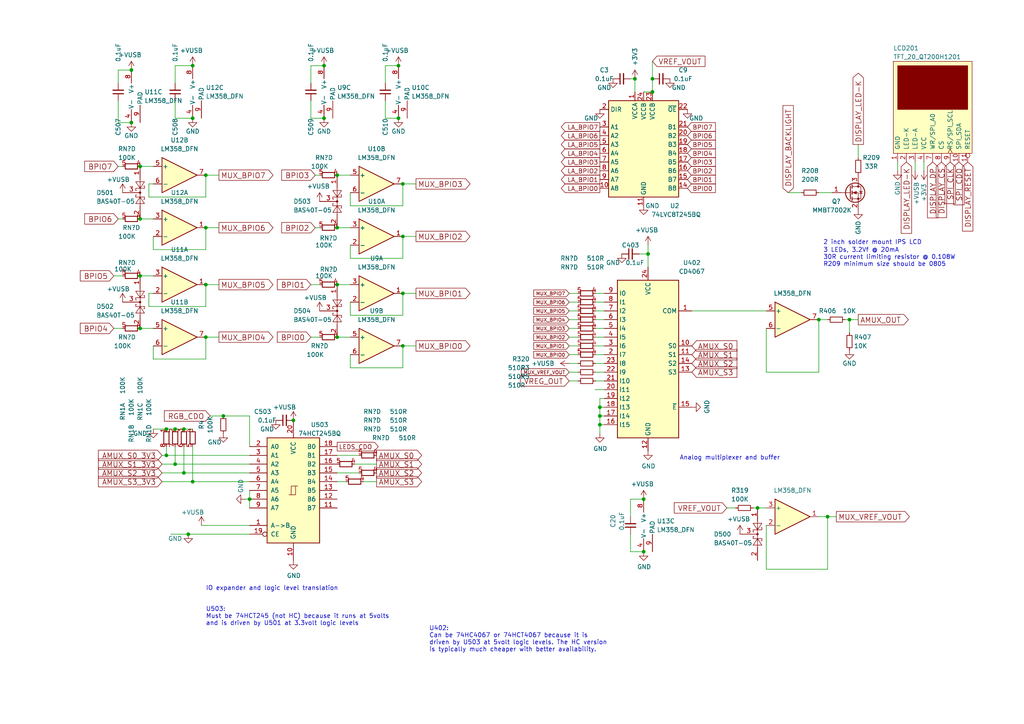
<source format=kicad_sch>
(kicad_sch (version 20231120) (generator "eeschema") (generator_version "8.0")
  (paper "A4")
  (lib_symbols
    (symbol "74xx:74HC245" (pin_names (offset 1.016))
      (property "Reference" "U" (at -7.62 16.51 0))
      (property "Value" "74HC245" (at -7.62 -16.51 0))
      (symbol "74HC245_1_0"
        (pin input line (at -12.7 -10.16 0) (length 5.08) (name "A->B") (number "1"))
        (pin power_in line (at 0 -20.32 90) (length 5.08) (name "GND") (number "10"))
        (pin tri_state line (at 12.7 -5.08 180) (length 5.08) (name "B7") (number "11"))
        (pin tri_state line (at 12.7 -2.54 180) (length 5.08) (name "B6") (number "12"))
        (pin tri_state line (at 12.7 0 180) (length 5.08) (name "B5") (number "13"))
        (pin tri_state line (at 12.7 2.54 180) (length 5.08) (name "B4") (number "14"))
        (pin tri_state line (at 12.7 5.08 180) (length 5.08) (name "B3") (number "15"))
        (pin tri_state line (at 12.7 7.62 180) (length 5.08) (name "B2") (number "16"))
        (pin tri_state line (at 12.7 10.16 180) (length 5.08) (name "B1") (number "17"))
        (pin tri_state line (at 12.7 12.7 180) (length 5.08) (name "B0") (number "18"))
        (pin input inverted (at -12.7 -12.7 0) (length 5.08) (name "CE") (number "19"))
        (pin tri_state line (at -12.7 12.7 0) (length 5.08) (name "A0") (number "2"))
        (pin power_in line (at 0 20.32 270) (length 5.08) (name "VCC") (number "20"))
        (pin tri_state line (at -12.7 10.16 0) (length 5.08) (name "A1") (number "3"))
        (pin tri_state line (at -12.7 7.62 0) (length 5.08) (name "A2") (number "4"))
        (pin tri_state line (at -12.7 5.08 0) (length 5.08) (name "A3") (number "5"))
        (pin tri_state line (at -12.7 2.54 0) (length 5.08) (name "A4") (number "6"))
        (pin tri_state line (at -12.7 0 0) (length 5.08) (name "A5") (number "7"))
        (pin tri_state line (at -12.7 -2.54 0) (length 5.08) (name "A6") (number "8"))
        (pin tri_state line (at -12.7 -5.08 0) (length 5.08) (name "A7") (number "9"))
      )
    )
    (symbol "74xx:CD74HC4067M"
      (property "Reference" "U" (at -8.89 22.86 0))
      (property "Value" "CD74HC4067M" (at 1.27 22.86 0))
      (symbol "CD74HC4067M_1_1"
        (pin passive line (at -12.7 12.7 0) (length 3.81) (name "COM") (number "1"))
        (pin input line (at -12.7 2.54 0) (length 3.81) (name "S0") (number "10"))
        (pin input line (at -12.7 0 0) (length 3.81) (name "S1") (number "11"))
        (pin power_in line (at 0 -27.94 90) (length 3.81) (name "GND") (number "12"))
        (pin input line (at -12.7 -5.08 0) (length 3.81) (name "S3") (number "13"))
        (pin input line (at -12.7 -2.54 0) (length 3.81) (name "S2") (number "14"))
        (pin input line (at -12.7 -15.24 0) (length 3.81) (name "~{E}") (number "15"))
        (pin passive line (at 12.7 -20.32 180) (length 3.81) (name "I15") (number "16"))
        (pin passive line (at 12.7 -17.78 180) (length 3.81) (name "I14") (number "17"))
        (pin passive line (at 12.7 -15.24 180) (length 3.81) (name "I13") (number "18"))
        (pin passive line (at 12.7 -12.7 180) (length 3.81) (name "I12") (number "19"))
        (pin passive line (at 12.7 0 180) (length 3.81) (name "I7") (number "2"))
        (pin passive line (at 12.7 -10.16 180) (length 3.81) (name "I11") (number "20"))
        (pin passive line (at 12.7 -7.62 180) (length 3.81) (name "I10") (number "21"))
        (pin passive line (at 12.7 -5.08 180) (length 3.81) (name "I9") (number "22"))
        (pin passive line (at 12.7 -2.54 180) (length 3.81) (name "I8") (number "23"))
        (pin power_in line (at 0 25.4 270) (length 3.81) (name "VCC") (number "24"))
        (pin passive line (at 12.7 2.54 180) (length 3.81) (name "I6") (number "3"))
        (pin passive line (at 12.7 5.08 180) (length 3.81) (name "I5") (number "4"))
        (pin passive line (at 12.7 7.62 180) (length 3.81) (name "I4") (number "5"))
        (pin passive line (at 12.7 10.16 180) (length 3.81) (name "I3") (number "6"))
        (pin passive line (at 12.7 12.7 180) (length 3.81) (name "I2") (number "7"))
        (pin passive line (at 12.7 15.24 180) (length 3.81) (name "I1") (number "8"))
        (pin passive line (at 12.7 17.78 180) (length 3.81) (name "I0") (number "9"))
      )
    )
    (symbol "Amplifier_Operational:LM358_DFN" (pin_names (offset 0.127))
      (property "Reference" "U" (at 0 5.08 0))
      (property "Value" "LM358_DFN" (at 0 -5.08 0))
      (symbol "LM358_DFN_1_1"
        (pin output line (at 7.62 0 180) (length 2.54) (name "~") (number "1"))
        (pin input line (at -7.62 -2.54 0) (length 2.54) (name "-") (number "2"))
        (pin input line (at -7.62 2.54 0) (length 2.54) (name "+") (number "3"))
      )
      (symbol "LM358_DFN_2_1"
        (pin input line (at -7.62 2.54 0) (length 2.54) (name "+") (number "5"))
        (pin input line (at -7.62 -2.54 0) (length 2.54) (name "-") (number "6"))
        (pin output line (at 7.62 0 180) (length 2.54) (name "~") (number "7"))
      )
      (symbol "LM358_DFN_3_1"
        (pin power_in line (at -2.54 -7.62 90) (length 3.81) (name "V-") (number "4"))
        (pin power_in line (at -2.54 7.62 270) (length 3.81) (name "V+") (number "8"))
        (pin power_in line (at 0 -7.62 90) (length 5.08) (name "PAD") (number "9"))
      )
    )
    (symbol "Device:C_Small" (pin_numbers hide) (pin_names (offset 0.254) hide)
      (property "Reference" "C" (at 0.254 1.778 0))
      (property "Value" "C_Small" (at 0.254 -2.032 0))
      (symbol "C_Small_1_1"
        (pin passive line (at 0 2.54 270) (length 2.032) (name "~") (number "1"))
        (pin passive line (at 0 -2.54 90) (length 2.032) (name "~") (number "2"))
      )
    )
    (symbol "Device:R_Small" (pin_numbers hide) (pin_names (offset 0.254) hide)
      (property "Reference" "R" (at 0.762 0.508 0))
      (property "Value" "R_Small" (at 0.762 -1.016 0))
      (symbol "R_Small_1_1"
        (pin passive line (at 0 2.54 270) (length 0.762) (name "~") (number "1"))
        (pin passive line (at 0 -2.54 90) (length 0.762) (name "~") (number "2"))
      )
    )
    (symbol "Diode:BAT54C" (pin_names (offset 1.016))
      (property "Reference" "D" (at 0.635 -3.81 0))
      (property "Value" "BAT54C" (at -6.35 3.175 0))
      (symbol "BAT54C_1_1"
        (pin passive line (at -7.62 0 0) (length 3.81) (name "~") (number "1"))
        (pin passive line (at 7.62 0 180) (length 3.81) (name "~") (number "2"))
        (pin passive line (at 0 -5.08 90) (length 5.08) (name "~") (number "3"))
      )
    )
    (symbol "Logic_LevelTranslator:SN74AVC8T245PW"
      (property "Reference" "U" (at -8.89 13.97 0))
      (property "Value" "SN74AVC8T245PW" (at 12.7 13.97 0))
      (symbol "SN74AVC8T245PW_1_1"
        (pin power_in line (at -2.54 15.24 270) (length 2.54) (name "VCCA") (number "1"))
        (pin bidirectional line (at -12.7 -12.7 0) (length 2.54) (name "A8") (number "10"))
        (pin power_in line (at 0 -17.78 90) (length 2.54) (name "GND") (number "11"))
        (pin passive line (at 0 -17.78 90) (length 2.54) hide (name "GND") (number "12"))
        (pin passive line (at 0 -17.78 90) (length 2.54) hide (name "GND") (number "13"))
        (pin bidirectional line (at 12.7 -12.7 180) (length 2.54) (name "B8") (number "14"))
        (pin bidirectional line (at 12.7 -10.16 180) (length 2.54) (name "B7") (number "15"))
        (pin bidirectional line (at 12.7 -7.62 180) (length 2.54) (name "B6") (number "16"))
        (pin bidirectional line (at 12.7 -5.08 180) (length 2.54) (name "B5") (number "17"))
        (pin bidirectional line (at 12.7 -2.54 180) (length 2.54) (name "B4") (number "18"))
        (pin bidirectional line (at 12.7 0 180) (length 2.54) (name "B3") (number "19"))
        (pin input line (at -12.7 10.16 0) (length 2.54) (name "DIR") (number "2"))
        (pin bidirectional line (at 12.7 2.54 180) (length 2.54) (name "B2") (number "20"))
        (pin bidirectional line (at 12.7 5.08 180) (length 2.54) (name "B1") (number "21"))
        (pin input line (at 12.7 10.16 180) (length 2.54) (name "~{OE}") (number "22"))
        (pin power_in line (at 2.54 15.24 270) (length 2.54) (name "VCCB") (number "23"))
        (pin power_in line (at 0 15.24 270) (length 2.54) (name "VCCB") (number "24"))
        (pin bidirectional line (at -12.7 5.08 0) (length 2.54) (name "A1") (number "3"))
        (pin bidirectional line (at -12.7 2.54 0) (length 2.54) (name "A2") (number "4"))
        (pin bidirectional line (at -12.7 0 0) (length 2.54) (name "A3") (number "5"))
        (pin bidirectional line (at -12.7 -2.54 0) (length 2.54) (name "A4") (number "6"))
        (pin bidirectional line (at -12.7 -5.08 0) (length 2.54) (name "A5") (number "7"))
        (pin bidirectional line (at -12.7 -7.62 0) (length 2.54) (name "A6") (number "8"))
        (pin bidirectional line (at -12.7 -10.16 0) (length 2.54) (name "A7") (number "9"))
      )
    )
    (symbol "Transistor_FET:BSS138" (pin_names hide)
      (property "Reference" "Q" (at 5.08 1.905 0))
      (property "Value" "BSS138" (at 5.08 0 0))
      (symbol "BSS138_1_1"
        (pin input line (at -5.08 0 0) (length 2.54) (name "G") (number "1"))
        (pin passive line (at 2.54 -5.08 90) (length 2.54) (name "S") (number "2"))
        (pin passive line (at 2.54 5.08 270) (length 2.54) (name "D") (number "3"))
      )
    )
    (symbol "dp-lcd:TFT_20_QT200H1201" (pin_names (offset 1.016))
      (property "Reference" "LCD" (at 0 11.43 0))
      (property "Value" "TFT_20_QT200H1201" (at 0 8.89 0))
      (symbol "TFT_20_QT200H1201_0_0"
        (pin power_in line (at -13.97 -2.54 0) (length 2.54) hide (name "GND") (number "12"))
        (pin power_in line (at -13.97 2.54 0) (length 2.54) hide (name "GND") (number "5"))
        (pin power_in line (at -13.97 0 0) (length 2.54) hide (name "GND") (number "6"))
      )
      (symbol "TFT_20_QT200H1201_1_1"
        (pin power_in line (at -10.16 -21.59 90) (length 2.54) (name "GND") (number "1"))
        (pin bidirectional line (at 7.62 -21.59 90) (length 2.54) (name "SPI_SDA") (number "10"))
        (pin input inverted (at 10.16 -21.59 90) (length 2.54) (name "RESET") (number "11"))
        (pin bidirectional line (at -7.62 -21.59 90) (length 2.54) (name "LED-K") (number "2"))
        (pin bidirectional line (at -5.08 -21.59 90) (length 2.54) (name "LED-A") (number "3"))
        (pin power_in line (at -2.54 -21.59 90) (length 2.54) (name "VCC") (number "4"))
        (pin input line (at 0 -21.59 90) (length 2.54) (name "WR/SPI_A0") (number "7"))
        (pin input line (at 2.54 -21.59 90) (length 2.54) (name "CS") (number "8"))
        (pin input clock (at 5.08 -21.59 90) (length 2.54) (name "RS/SPI_SCL") (number "9"))
      )
    )
    (symbol "dp-power:+VUSB" (power) (pin_names (offset 1.016))
      (property "Value" "+VUSB" (at 0 5.08 0))
      (symbol "+VUSB_1_1"
        (pin power_in line (at 0 0 90) (length 0) hide (name "+VUSB") (number "1"))
      )
    )
    (symbol "dp-rarray:R_Array" (pin_names (offset 0) hide)
      (property "Reference" "RN" (at 2.286 0.762 0))
      (property "Value" "R_Array" (at 4.572 -0.762 0))
      (symbol "R_Array_1_1"
        (pin passive line (at 0 2.54 270) (length 0.762) (name "R1.1") (number "1"))
        (pin passive line (at 0 -2.54 90) (length 0.762) (name "R1.8") (number "8"))
      )
      (symbol "R_Array_2_1"
        (pin passive line (at 0 2.54 270) (length 0.762) (name "R1.1") (number "2"))
        (pin passive line (at 0 -2.54 90) (length 0.762) (name "R1.8") (number "7"))
      )
      (symbol "R_Array_3_1"
        (pin passive line (at 0 2.54 270) (length 0.762) (name "R1.1") (number "3"))
        (pin passive line (at 0 -2.54 90) (length 0.762) (name "R1.8") (number "6"))
      )
      (symbol "R_Array_4_1"
        (pin passive line (at 0 2.54 270) (length 0.762) (name "R1.1") (number "4"))
        (pin passive line (at 0 -2.54 90) (length 0.762) (name "R1.8") (number "5"))
      )
    )
    (symbol "power:+3V3" (power) (pin_names (offset 0))
      (property "Value" "+3V3" (at 0 3.556 0))
      (symbol "+3V3_1_1"
        (pin power_in line (at 0 0 90) (length 0) hide (name "+3V3") (number "1"))
      )
    )
    (symbol "power:GND" (power) (pin_names (offset 0))
      (property "Value" "GND" (at 0 -3.81 0))
      (symbol "GND_1_1"
        (pin power_in line (at 0 0 270) (length 0) hide (name "GND") (number "1"))
      )
    )
  )
  (junction (at 173.99 120.65))
  (junction (at 93.98 34.29))
  (junction (at 53.34 124.46))
  (junction (at 72.39 144.78))
  (junction (at 40.64 80.01))
  (junction (at 59.69 50.8))
  (junction (at 97.79 50.8))
  (junction (at 219.71 147.32))
  (junction (at 54.61 154.94))
  (junction (at 59.69 82.55))
  (junction (at 40.64 63.5))
  (junction (at 97.79 66.04))
  (junction (at 48.26 124.46))
  (junction (at 55.88 139.7))
  (junction (at 97.79 82.55))
  (junction (at 40.64 48.26))
  (junction (at 38.1 35.56))
  (junction (at 186.69 144.78))
  (junction (at 38.1 20.32))
  (junction (at 93.98 19.05))
  (junction (at 173.99 118.11))
  (junction (at 116.84 53.34))
  (junction (at 116.84 85.09))
  (junction (at 64.77 120.65))
  (junction (at 59.69 97.79))
  (junction (at 53.34 137.16))
  (junction (at 187.96 73.66))
  (junction (at 237.49 92.71))
  (junction (at 189.23 22.86))
  (junction (at 50.8 134.62))
  (junction (at 55.88 19.05))
  (junction (at 186.69 160.02))
  (junction (at 115.57 19.05))
  (junction (at 173.99 123.19))
  (junction (at 48.26 132.08))
  (junction (at 189.23 26.67))
  (junction (at 50.8 124.46))
  (junction (at 40.64 95.25))
  (junction (at 59.69 66.04))
  (junction (at 55.88 34.29))
  (junction (at 246.38 92.71))
  (junction (at 85.09 121.92))
  (junction (at 115.57 34.29))
  (junction (at 240.03 149.86))
  (junction (at 97.79 97.79))
  (junction (at 116.84 100.33))
  (junction (at 116.84 68.58))
  (junction (at 184.15 22.86))
  (wire (pts (xy 222.25 165.1) (xy 222.25 152.4)))
  (wire (pts (xy 210.82 147.32) (xy 213.36 147.32)))
  (wire (pts (xy 54.61 154.94) (xy 72.39 154.94)))
  (wire (pts (xy 90.17 19.05) (xy 90.17 24.13)))
  (wire (pts (xy 101.6 91.44) (xy 116.84 91.44)))
  (wire (pts (xy 40.64 48.26) (xy 44.45 48.26)))
  (wire (pts (xy 59.69 50.8) (xy 63.5 50.8)))
  (wire (pts (xy 182.88 144.78) (xy 186.69 144.78)))
  (wire (pts (xy 219.71 147.32) (xy 222.25 147.32)))
  (wire (pts (xy 172.72 102.87) (xy 175.26 102.87)))
  (wire (pts (xy 33.02 95.25) (xy 35.56 95.25)))
  (wire (pts (xy 55.88 139.7) (xy 72.39 139.7)))
  (wire (pts (xy 97.79 139.7) (xy 100.33 139.7)))
  (wire (pts (xy 232.41 55.88) (xy 228.6 55.88)))
  (wire (pts (xy 109.22 134.62) (xy 102.87 134.62)))
  (wire (pts (xy 116.84 74.93) (xy 116.84 68.58)))
  (wire (pts (xy 101.6 55.88) (xy 101.6 59.69)))
  (wire (pts (xy 260.35 46.99) (xy 260.35 49.53)))
  (wire (pts (xy 90.17 29.21) (xy 90.17 34.29)))
  (wire (pts (xy 184.15 22.86) (xy 184.15 26.67)))
  (wire (pts (xy 33.02 80.01) (xy 35.56 80.01)))
  (wire (pts (xy 97.79 82.55) (xy 101.6 82.55)))
  (wire (pts (xy 246.38 96.52) (xy 246.38 92.71)))
  (wire (pts (xy 175.26 120.65) (xy 173.99 120.65)))
  (wire (pts (xy 91.44 50.8) (xy 92.71 50.8)))
  (wire (pts (xy 72.39 129.54) (xy 72.39 120.65)))
  (wire (pts (xy 116.84 68.58) (xy 120.65 68.58)))
  (wire (pts (xy 59.69 88.9) (xy 59.69 82.55)))
  (wire (pts (xy 46.99 132.08) (xy 48.26 132.08)))
  (wire (pts (xy 48.26 129.54) (xy 48.26 132.08)))
  (wire (pts (xy 104.14 137.16) (xy 97.79 137.16)))
  (wire (pts (xy 173.99 120.65) (xy 173.99 123.19)))
  (wire (pts (xy 44.45 68.58) (xy 44.45 72.39)))
  (wire (pts (xy 50.8 34.29) (xy 50.8 29.21)))
  (wire (pts (xy 240.03 149.86) (xy 240.03 165.1)))
  (wire (pts (xy 167.64 85.09) (xy 165.1 85.09)))
  (wire (pts (xy 97.79 132.08) (xy 104.14 132.08)))
  (wire (pts (xy 165.1 87.63) (xy 167.64 87.63)))
  (wire (pts (xy 34.29 63.5) (xy 35.56 63.5)))
  (wire (pts (xy 53.34 129.54) (xy 53.34 137.16)))
  (wire (pts (xy 182.88 160.02) (xy 186.69 160.02)))
  (wire (pts (xy 182.88 22.86) (xy 184.15 22.86)))
  (wire (pts (xy 242.57 149.86) (xy 240.03 149.86)))
  (wire (pts (xy 175.26 95.25) (xy 172.72 95.25)))
  (wire (pts (xy 48.26 124.46) (xy 50.8 124.46)))
  (wire (pts (xy 182.88 149.86) (xy 182.88 144.78)))
  (wire (pts (xy 101.6 59.69) (xy 116.84 59.69)))
  (wire (pts (xy 175.26 115.57) (xy 173.99 115.57)))
  (wire (pts (xy 175.26 100.33) (xy 172.72 100.33)))
  (wire (pts (xy 49.53 154.94) (xy 54.61 154.94)))
  (wire (pts (xy 43.18 53.34) (xy 43.18 57.15)))
  (wire (pts (xy 175.26 123.19) (xy 173.99 123.19)))
  (wire (pts (xy 55.88 129.54) (xy 55.88 139.7)))
  (wire (pts (xy 172.72 107.95) (xy 175.26 107.95)))
  (wire (pts (xy 97.79 97.79) (xy 101.6 97.79)))
  (wire (pts (xy 172.72 97.79) (xy 175.26 97.79)))
  (wire (pts (xy 101.6 87.63) (xy 101.6 91.44)))
  (wire (pts (xy 101.6 71.12) (xy 101.6 74.93)))
  (wire (pts (xy 267.97 46.99) (xy 267.97 49.53)))
  (wire (pts (xy 189.23 22.86) (xy 189.23 26.67)))
  (wire (pts (xy 50.8 129.54) (xy 50.8 134.62)))
  (wire (pts (xy 46.99 134.62) (xy 50.8 134.62)))
  (wire (pts (xy 34.29 35.56) (xy 38.1 35.56)))
  (wire (pts (xy 43.18 88.9) (xy 59.69 88.9)))
  (wire (pts (xy 34.29 29.21) (xy 34.29 35.56)))
  (wire (pts (xy 90.17 97.79) (xy 92.71 97.79)))
  (wire (pts (xy 116.84 85.09) (xy 120.65 85.09)))
  (wire (pts (xy 59.69 72.39) (xy 59.69 66.04)))
  (wire (pts (xy 116.84 100.33) (xy 120.65 100.33)))
  (wire (pts (xy 165.1 110.49) (xy 167.64 110.49)))
  (wire (pts (xy 48.26 132.08) (xy 72.39 132.08)))
  (wire (pts (xy 34.29 24.13) (xy 34.29 20.32)))
  (wire (pts (xy 90.17 82.55) (xy 92.71 82.55)))
  (wire (pts (xy 116.84 59.69) (xy 116.84 53.34)))
  (wire (pts (xy 189.23 17.78) (xy 189.23 22.86)))
  (wire (pts (xy 44.45 104.14) (xy 59.69 104.14)))
  (wire (pts (xy 187.96 71.12) (xy 187.96 73.66)))
  (wire (pts (xy 53.34 137.16) (xy 72.39 137.16)))
  (wire (pts (xy 173.99 118.11) (xy 175.26 118.11)))
  (wire (pts (xy 240.03 92.71) (xy 237.49 92.71)))
  (wire (pts (xy 55.88 34.29) (xy 50.8 34.29)))
  (wire (pts (xy 116.84 53.34) (xy 120.65 53.34)))
  (wire (pts (xy 53.34 124.46) (xy 55.88 124.46)))
  (wire (pts (xy 165.1 107.95) (xy 167.64 107.95)))
  (wire (pts (xy 165.1 90.17) (xy 167.64 90.17)))
  (wire (pts (xy 222.25 95.25) (xy 222.25 107.95)))
  (wire (pts (xy 173.99 118.11) (xy 173.99 120.65)))
  (wire (pts (xy 172.593 113.03) (xy 175.26 113.03)))
  (wire (pts (xy 64.77 120.65) (xy 72.39 120.65)))
  (wire (pts (xy 43.18 85.09) (xy 43.18 88.9)))
  (wire (pts (xy 105.41 139.7) (xy 109.22 139.7)))
  (wire (pts (xy 59.69 66.04) (xy 63.5 66.04)))
  (wire (pts (xy 40.64 95.25) (xy 44.45 95.25)))
  (wire (pts (xy 240.03 149.86) (xy 237.49 149.86)))
  (wire (pts (xy 237.49 107.95) (xy 237.49 92.71)))
  (wire (pts (xy 46.99 139.7) (xy 55.88 139.7)))
  (wire (pts (xy 72.39 144.78) (xy 72.39 147.32)))
  (wire (pts (xy 58.42 152.4) (xy 72.39 152.4)))
  (wire (pts (xy 173.99 115.57) (xy 173.99 118.11)))
  (wire (pts (xy 43.18 85.09) (xy 44.45 85.09)))
  (wire (pts (xy 40.64 63.5) (xy 44.45 63.5)))
  (wire (pts (xy 40.64 80.01) (xy 44.45 80.01)))
  (wire (pts (xy 59.69 82.55) (xy 63.5 82.55)))
  (wire (pts (xy 59.69 104.14) (xy 59.69 97.79)))
  (wire (pts (xy 44.45 100.33) (xy 44.45 104.14)))
  (wire (pts (xy 101.6 102.87) (xy 101.6 106.68)))
  (wire (pts (xy 50.8 19.05) (xy 55.88 19.05)))
  (wire (pts (xy 43.18 57.15) (xy 59.69 57.15)))
  (wire (pts (xy 101.6 106.68) (xy 116.84 106.68)))
  (wire (pts (xy 172.72 110.49) (xy 175.26 110.49)))
  (wire (pts (xy 172.72 85.09) (xy 175.26 85.09)))
  (wire (pts (xy 116.84 91.44) (xy 116.84 85.09)))
  (wire (pts (xy 44.45 124.46) (xy 48.26 124.46)))
  (wire (pts (xy 34.29 20.32) (xy 38.1 20.32)))
  (wire (pts (xy 237.49 55.88) (xy 241.3 55.88)))
  (wire (pts (xy 167.64 92.71) (xy 165.1 92.71)))
  (wire (pts (xy 91.44 66.04) (xy 92.71 66.04)))
  (wire (pts (xy 116.84 106.68) (xy 116.84 100.33)))
  (wire (pts (xy 182.88 154.94) (xy 182.88 160.02)))
  (wire (pts (xy 240.03 165.1) (xy 222.25 165.1)))
  (wire (pts (xy 245.11 92.71) (xy 246.38 92.71)))
  (wire (pts (xy 246.38 92.71) (xy 248.92 92.71)))
  (wire (pts (xy 44.45 72.39) (xy 59.69 72.39)))
  (wire (pts (xy 175.26 87.63) (xy 172.72 87.63)))
  (wire (pts (xy 90.17 34.29) (xy 93.98 34.29)))
  (wire (pts (xy 50.8 134.62) (xy 72.39 134.62)))
  (wire (pts (xy 186.69 26.67) (xy 189.23 26.67)))
  (wire (pts (xy 185.42 73.66) (xy 187.96 73.66)))
  (wire (pts (xy 111.76 29.21) (xy 111.76 34.29)))
  (wire (pts (xy 72.39 142.24) (xy 72.39 144.78)))
  (wire (pts (xy 165.1 102.87) (xy 167.64 102.87)))
  (wire (pts (xy 97.79 66.04) (xy 101.6 66.04)))
  (wire (pts (xy 59.69 97.79) (xy 63.5 97.79)))
  (wire (pts (xy 71.12 144.78) (xy 72.39 144.78)))
  (wire (pts (xy 111.76 34.29) (xy 115.57 34.29)))
  (wire (pts (xy 167.64 105.41) (xy 165.1 105.41)))
  (wire (pts (xy 172.72 105.41) (xy 175.26 105.41)))
  (wire (pts (xy 60.96 120.65) (xy 64.77 120.65)))
  (wire (pts (xy 187.96 77.47) (xy 187.96 73.66)))
  (wire (pts (xy 165.1 97.79) (xy 167.64 97.79)))
  (wire (pts (xy 97.79 50.8) (xy 101.6 50.8)))
  (wire (pts (xy 50.8 24.13) (xy 50.8 19.05)))
  (wire (pts (xy 200.66 90.17) (xy 222.25 90.17)))
  (wire (pts (xy 101.6 74.93) (xy 116.84 74.93)))
  (wire (pts (xy 167.64 100.33) (xy 165.1 100.33)))
  (wire (pts (xy 248.92 41.91) (xy 248.92 45.72)))
  (wire (pts (xy 50.8 124.46) (xy 53.34 124.46)))
  (wire (pts (xy 222.25 107.95) (xy 237.49 107.95)))
  (wire (pts (xy 265.43 46.99) (xy 265.43 49.53)))
  (wire (pts (xy 111.76 19.05) (xy 111.76 24.13)))
  (wire (pts (xy 46.99 137.16) (xy 53.34 137.16)))
  (wire (pts (xy 93.98 19.05) (xy 90.17 19.05)))
  (wire (pts (xy 115.57 19.05) (xy 111.76 19.05)))
  (wire (pts (xy 218.44 147.32) (xy 219.71 147.32)))
  (wire (pts (xy 34.29 48.26) (xy 35.56 48.26)))
  (wire (pts (xy 59.69 57.15) (xy 59.69 50.8)))
  (wire (pts (xy 172.72 90.17) (xy 175.26 90.17)))
  (wire (pts (xy 167.64 95.25) (xy 165.1 95.25)))
  (wire (pts (xy 175.26 92.71) (xy 172.72 92.71)))
  (wire (pts (xy 43.18 53.34) (xy 44.45 53.34)))
  (wire (pts (xy 173.99 123.19) (xy 173.99 125.73)))
  (text "IO expander and logic level translation" (at 59.69 171.45 0) (effects (font (size 1.27 1.27)) (justify left bottom)))
  (text "Analog multiplexer and buffer" (at 197.104 133.604 0) (effects (font (size 1.27 1.27)) (justify left bottom)))
  (text "U402:\nCan be 74HC4067 or 74HCT4067 because it is \ndriven by U503 at 5volt logic levels. The HC version \nis typically much cheaper with better availability." (at 124.46 189.23 0) (effects (font (size 1.27 1.27)) (justify left bottom)))
  (text "3 LEDs, 3.2Vf @ 20mA\n30R current limiting resistor @ 0.108W\nR209 minimum size should be 0805" (at 238.76 77.47 0) (effects (font (size 1.27 1.27)) (justify left bottom)))
  (text "2 inch solder mount IPS LCD" (at 238.76 71.12 0) (effects (font (size 1.27 1.27)) (justify left bottom)))
  (text "U503:\nMust be 74HCT245 (not HC) because it runs at 5volts\nand is driven by U501 at 3.3volt logic levels" (at 59.69 181.61 0) (effects (font (size 1.27 1.27)) (justify left bottom)))
  (global_label "MUX_VREF_VOUT" (shape input) (at 165.1 107.95 180) (effects (font (size 1 1))) (property "Intersheetrefs" "${INTERSHEET_REFS}" (effects (hide yes))))
  (global_label "AMUX_S3" (shape input) (at 200.66 107.95 0) (effects (font (size 1.524 1.524))) (property "Intersheetrefs" "${INTERSHEET_REFS}" (effects (hide yes))))
  (global_label "BPIO7" (shape input) (at 199.39 36.83 0) (property "Intersheetrefs" "${INTERSHEET_REFS}" (effects (hide yes))))
  (global_label "AMUX_S3" (shape output) (at 109.22 139.7 0) (effects (font (size 1.524 1.524))) (property "Intersheetrefs" "${INTERSHEET_REFS}" (effects (hide yes))))
  (global_label "AMUX_S2" (shape input) (at 200.66 105.41 0) (effects (font (size 1.524 1.524))) (property "Intersheetrefs" "${INTERSHEET_REFS}" (effects (hide yes))))
  (global_label "BPIO4" (shape input) (at 199.39 44.45 0) (property "Intersheetrefs" "${INTERSHEET_REFS}" (effects (hide yes))))
  (global_label "DISPLAY_LED-K" (shape output) (at 248.92 41.91 90) (effects (font (size 1.524 1.524))) (property "Intersheetrefs" "${INTERSHEET_REFS}" (effects (hide yes))))
  (global_label "MUX_BPIO5" (shape input) (at 165.1 90.17 180) (effects (font (size 1 1))) (property "Intersheetrefs" "${INTERSHEET_REFS}" (effects (hide yes))))
  (global_label "BPIO0" (shape input) (at 90.17 97.79 180) (effects (font (size 1.524 1.524))) (property "Intersheetrefs" "${INTERSHEET_REFS}" (effects (hide yes))))
  (global_label "BPIO1" (shape input) (at 90.17 82.55 180) (effects (font (size 1.524 1.524))) (property "Intersheetrefs" "${INTERSHEET_REFS}" (effects (hide yes))))
  (global_label "MUX_VREF_VOUT" (shape output) (at 242.57 149.86 0) (effects (font (size 1.524 1.524))) (property "Intersheetrefs" "${INTERSHEET_REFS}" (effects (hide yes))))
  (global_label "VREF_VOUT" (shape input) (at 189.23 17.78 0) (effects (font (size 1.524 1.524))) (property "Intersheetrefs" "${INTERSHEET_REFS}" (effects (hide yes))))
  (global_label "MUX_BPIO4" (shape input) (at 165.1 92.71 180) (effects (font (size 1 1))) (property "Intersheetrefs" "${INTERSHEET_REFS}" (effects (hide yes))))
  (global_label "LA_BPIO0" (shape output) (at 173.99 54.61 180) (property "Intersheetrefs" "${INTERSHEET_REFS}" (effects (hide yes))))
  (global_label "LEDS_CDO" (shape output) (at 97.79 129.54 0) (property "Intersheetrefs" "${INTERSHEET_REFS}" (effects (hide yes))))
  (global_label "MUX_BPIO4" (shape output) (at 63.5 97.79 0) (effects (font (size 1.524 1.524))) (property "Intersheetrefs" "${INTERSHEET_REFS}" (effects (hide yes))))
  (global_label "MUX_BPIO3" (shape output) (at 120.65 53.34 0) (effects (font (size 1.524 1.524))) (property "Intersheetrefs" "${INTERSHEET_REFS}" (effects (hide yes))))
  (global_label "VREG_OUT" (shape input) (at 165.1 110.49 180) (effects (font (size 1.524 1.524))) (property "Intersheetrefs" "${INTERSHEET_REFS}" (effects (hide yes))))
  (global_label "MUX_BPIO2" (shape output) (at 120.65 68.58 0) (effects (font (size 1.524 1.524))) (property "Intersheetrefs" "${INTERSHEET_REFS}" (effects (hide yes))))
  (global_label "MUX_BPIO2" (shape input) (at 165.1 97.79 180) (effects (font (size 1 1))) (property "Intersheetrefs" "${INTERSHEET_REFS}" (effects (hide yes))))
  (global_label "BPIO1" (shape input) (at 199.39 52.07 0) (property "Intersheetrefs" "${INTERSHEET_REFS}" (effects (hide yes))))
  (global_label "BPIO2" (shape input) (at 91.44 66.04 180) (effects (font (size 1.524 1.524))) (property "Intersheetrefs" "${INTERSHEET_REFS}" (effects (hide yes))))
  (global_label "MUX_BPIO6" (shape output) (at 63.5 66.04 0) (effects (font (size 1.524 1.524))) (property "Intersheetrefs" "${INTERSHEET_REFS}" (effects (hide yes))))
  (global_label "DISPLAY_BACKLIGHT" (shape input) (at 228.6 55.88 90) (effects (font (size 1.524 1.524))) (property "Intersheetrefs" "${INTERSHEET_REFS}" (effects (hide yes))))
  (global_label "BPIO3" (shape input) (at 91.44 50.8 180) (effects (font (size 1.524 1.524))) (property "Intersheetrefs" "${INTERSHEET_REFS}" (effects (hide yes))))
  (global_label "SPI_CDO" (shape input) (at 278.13 46.99 270) (effects (font (size 1.524 1.524))) (property "Intersheetrefs" "${INTERSHEET_REFS}" (effects (hide yes))))
  (global_label "LA_BPIO6" (shape output) (at 173.99 39.37 180) (property "Intersheetrefs" "${INTERSHEET_REFS}" (effects (hide yes))))
  (global_label "MUX_BPIO3" (shape input) (at 165.1 95.25 180) (effects (font (size 1 1))) (property "Intersheetrefs" "${INTERSHEET_REFS}" (effects (hide yes))))
  (global_label "MUX_BPIO7" (shape output) (at 63.5 50.8 0) (effects (font (size 1.524 1.524))) (property "Intersheetrefs" "${INTERSHEET_REFS}" (effects (hide yes))))
  (global_label "BPIO6" (shape input) (at 34.29 63.5 180) (effects (font (size 1.524 1.524))) (property "Intersheetrefs" "${INTERSHEET_REFS}" (effects (hide yes))))
  (global_label "VREF_VOUT" (shape input) (at 210.82 147.32 180) (effects (font (size 1.524 1.524))) (property "Intersheetrefs" "${INTERSHEET_REFS}" (effects (hide yes))))
  (global_label "LA_BPIO1" (shape output) (at 173.99 52.07 180) (property "Intersheetrefs" "${INTERSHEET_REFS}" (effects (hide yes))))
  (global_label "MUX_BPIO0" (shape input) (at 165.1 102.87 180) (effects (font (size 1 1))) (property "Intersheetrefs" "${INTERSHEET_REFS}" (effects (hide yes))))
  (global_label "DISPLAY_LED-K" (shape input) (at 262.89 46.99 270) (effects (font (size 1.524 1.524))) (property "Intersheetrefs" "${INTERSHEET_REFS}" (effects (hide yes))))
  (global_label "AMUX_OUT" (shape output) (at 248.92 92.71 0) (effects (font (size 1.524 1.524))) (property "Intersheetrefs" "${INTERSHEET_REFS}" (effects (hide yes))))
  (global_label "MUX_BPIO0" (shape output) (at 120.65 100.33 0) (effects (font (size 1.524 1.524))) (property "Intersheetrefs" "${INTERSHEET_REFS}" (effects (hide yes))))
  (global_label "BPIO5" (shape input) (at 33.02 80.01 180) (effects (font (size 1.524 1.524))) (property "Intersheetrefs" "${INTERSHEET_REFS}" (effects (hide yes))))
  (global_label "RGB_CDO" (shape input) (at 60.96 120.65 180) (effects (font (size 1.524 1.524))) (property "Intersheetrefs" "${INTERSHEET_REFS}" (effects (hide yes))))
  (global_label "DISPLAY_RESET" (shape input) (at 280.67 46.99 270) (effects (font (size 1.524 1.524))) (property "Intersheetrefs" "${INTERSHEET_REFS}" (effects (hide yes))))
  (global_label "BPIO7" (shape input) (at 34.29 48.26 180) (effects (font (size 1.524 1.524))) (property "Intersheetrefs" "${INTERSHEET_REFS}" (effects (hide yes))))
  (global_label "SPI_CLK" (shape input) (at 275.59 46.99 270) (effects (font (size 1.524 1.524))) (property "Intersheetrefs" "${INTERSHEET_REFS}" (effects (hide yes))))
  (global_label "MUX_BPIO6" (shape input) (at 165.1 87.63 180) (effects (font (size 1 1))) (property "Intersheetrefs" "${INTERSHEET_REFS}" (effects (hide yes))))
  (global_label "AMUX_S0_3V3" (shape input) (at 46.99 132.08 180) (effects (font (size 1.524 1.524))) (property "Intersheetrefs" "${INTERSHEET_REFS}" (effects (hide yes))))
  (global_label "LA_BPIO7" (shape output) (at 173.99 36.83 180) (property "Intersheetrefs" "${INTERSHEET_REFS}" (effects (hide yes))))
  (global_label "AMUX_S1_3V3" (shape input) (at 46.99 134.62 180) (effects (font (size 1.524 1.524))) (property "Intersheetrefs" "${INTERSHEET_REFS}" (effects (hide yes))))
  (global_label "BPIO5" (shape input) (at 199.39 41.91 0) (property "Intersheetrefs" "${INTERSHEET_REFS}" (effects (hide yes))))
  (global_label "LA_BPIO5" (shape output) (at 173.99 41.91 180) (property "Intersheetrefs" "${INTERSHEET_REFS}" (effects (hide yes))))
  (global_label "MUX_BPIO7" (shape input) (at 165.1 85.09 180) (effects (font (size 1 1))) (property "Intersheetrefs" "${INTERSHEET_REFS}" (effects (hide yes))))
  (global_label "LA_BPIO2" (shape output) (at 173.99 49.53 180) (property "Intersheetrefs" "${INTERSHEET_REFS}" (effects (hide yes))))
  (global_label "DISPLAY_DP" (shape input) (at 270.51 46.99 270) (effects (font (size 1.524 1.524))) (property "Intersheetrefs" "${INTERSHEET_REFS}" (effects (hide yes))))
  (global_label "AMUX_S0" (shape input) (at 200.66 100.33 0) (effects (font (size 1.524 1.524))) (property "Intersheetrefs" "${INTERSHEET_REFS}" (effects (hide yes))))
  (global_label "AMUX_S1" (shape output) (at 109.22 134.62 0) (effects (font (size 1.524 1.524))) (property "Intersheetrefs" "${INTERSHEET_REFS}" (effects (hide yes))))
  (global_label "MUX_BPIO1" (shape input) (at 165.1 100.33 180) (effects (font (size 1 1))) (property "Intersheetrefs" "${INTERSHEET_REFS}" (effects (hide yes))))
  (global_label "AMUX_S2_3V3" (shape input) (at 46.99 137.16 180) (effects (font (size 1.524 1.524))) (property "Intersheetrefs" "${INTERSHEET_REFS}" (effects (hide yes))))
  (global_label "LA_BPIO3" (shape output) (at 173.99 46.99 180) (property "Intersheetrefs" "${INTERSHEET_REFS}" (effects (hide yes))))
  (global_label "BPIO6" (shape input) (at 199.39 39.37 0) (property "Intersheetrefs" "${INTERSHEET_REFS}" (effects (hide yes))))
  (global_label "BPIO0" (shape input) (at 199.39 54.61 0) (property "Intersheetrefs" "${INTERSHEET_REFS}" (effects (hide yes))))
  (global_label "AMUX_S2" (shape output) (at 109.22 137.16 0) (effects (font (size 1.524 1.524))) (property "Intersheetrefs" "${INTERSHEET_REFS}" (effects (hide yes))))
  (global_label "BPIO3" (shape input) (at 199.39 46.99 0) (property "Intersheetrefs" "${INTERSHEET_REFS}" (effects (hide yes))))
  (global_label "MUX_BPIO5" (shape output) (at 63.5 82.55 0) (effects (font (size 1.524 1.524))) (property "Intersheetrefs" "${INTERSHEET_REFS}" (effects (hide yes))))
  (global_label "AMUX_S0" (shape output) (at 109.22 132.08 0) (effects (font (size 1.524 1.524))) (property "Intersheetrefs" "${INTERSHEET_REFS}" (effects (hide yes))))
  (global_label "DISPLAY_CS" (shape input) (at 273.05 46.99 270) (effects (font (size 1.524 1.524))) (property "Intersheetrefs" "${INTERSHEET_REFS}" (effects (hide yes))))
  (global_label "MUX_BPIO1" (shape output) (at 120.65 85.09 0) (effects (font (size 1.524 1.524))) (property "Intersheetrefs" "${INTERSHEET_REFS}" (effects (hide yes))))
  (global_label "AMUX_S1" (shape input) (at 200.66 102.87 0) (effects (font (size 1.524 1.524))) (property "Intersheetrefs" "${INTERSHEET_REFS}" (effects (hide yes))))
  (global_label "AMUX_S3_3V3" (shape input) (at 46.99 139.7 180) (effects (font (size 1.524 1.524))) (property "Intersheetrefs" "${INTERSHEET_REFS}" (effects (hide yes))))
  (global_label "LA_BPIO4" (shape output) (at 173.99 44.45 180) (property "Intersheetrefs" "${INTERSHEET_REFS}" (effects (hide yes))))
  (global_label "BPIO4" (shape input) (at 33.02 95.25 180) (effects (font (size 1.524 1.524))) (property "Intersheetrefs" "${INTERSHEET_REFS}" (effects (hide yes))))
  (global_label "BPIO2" (shape input) (at 199.39 49.53 0) (property "Intersheetrefs" "${INTERSHEET_REFS}" (effects (hide yes))))
  (symbol (lib_id "Device:R_Small") (at 242.57 92.71 90) (unit 1)
    (property "Reference" "R406" (at 240.03 90.17 90))
    (property "Value" "10K" (at 246.38 90.17 90))
    (property "Footprint" "Resistor_SMD:R_0402_1005Metric" (effects (hide yes)))
    (property "RMB" "0.004864" (effects (hide yes)))
    (property "Supplier" "https://item.szlcsc.com/61542.html" (effects (hide yes)))
  )
  (symbol (lib_id "power:GND") (at 187.96 130.81 0) (unit 1)
    (property "Reference" "#PWR0409" (effects (hide yes)))
    (property "Value" "GND" (at 188.087 135.2042 0))
  )
  (symbol (lib_id "Device:C_Small") (at 182.88 73.66 90) (unit 1)
    (property "Reference" "C403" (at 182.88 71.12 90))
    (property "Value" "0.1uF" (at 184.15 76.2 90))
    (property "Footprint" "Capacitor_SMD:C_0402_1005Metric" (effects (hide yes)))
    (property "RMB" "0.00628" (effects (hide yes)))
    (property "Supplier" "https://item.szlcsc.com/1877.html" (effects (hide yes)))
  )
  (symbol (lib_id "power:GND") (at 180.34 73.66 0) (unit 1)
    (property "Reference" "#PWR0407" (effects (hide yes)))
    (property "Value" "GND" (at 177.8 76.2 0))
  )
  (symbol (lib_id "74xx:CD74HC4067M") (at 187.96 102.87 0) (mirror y) (unit 1)
    (property "Reference" "U402" (at 200.66 76.2 0))
    (property "Value" "CD4067" (at 200.66 78.74 0))
    (property "Footprint" "Package_SO:TSSOP-24_4.4x7.8mm_P0.65mm" (effects (hide yes)))
    (property "Datasheet" "http://www.ti.com/lit/ds/symlink/cd74hc4067.pdf" (effects (hide yes)))
    (property "Supplier" "https://eu.mouser.com/ProductDetail/Nexperia/74HCT4067PW118" (effects (hide yes)))
    (property "USD" "0.762" (effects (hide yes)))
  )
  (symbol (lib_id "dp-power:+VUSB") (at 187.96 71.12 0) (unit 1)
    (property "Reference" "#PWR0408" (effects (hide yes)))
    (property "Value" "+VUSB" (at 187.579 66.7258 0))
  )
  (symbol (lib_id "Device:R_Small") (at 246.38 99.06 180) (unit 1)
    (property "Reference" "R407" (at 247.65 97.79 0) (effects (justify right)))
    (property "Value" "10K" (at 247.65 100.33 0) (effects (justify right)))
    (property "Footprint" "Resistor_SMD:R_0402_1005Metric" (effects (hide yes)))
    (property "RMB" "0.004864" (effects (hide yes)))
    (property "Supplier" "https://item.szlcsc.com/61542.html" (effects (hide yes)))
  )
  (symbol (lib_id "power:GND") (at 246.38 101.6 0) (unit 1)
    (property "Reference" "#PWR0420" (effects (hide yes)))
    (property "Value" "GND" (at 246.38 105.41 0))
  )
  (symbol (lib_id "power:GND") (at 260.35 49.53 0) (unit 1)
    (property "Reference" "#PWR0212" (effects (hide yes)))
    (property "Value" "GND" (at 260.35 54.61 90))
  )
  (symbol (lib_id "Transistor_FET:BSS138") (at 246.38 55.88 0) (unit 1)
    (property "Reference" "Q?" (at 242.57 58.42 0))
    (property "Value" "MMBT7002K" (at 241.3 60.96 0))
    (property "Footprint" "Package_TO_SOT_SMD:SOT-23" (effects (hide yes)))
    (property "Datasheet" "https://www.fairchildsemi.com/datasheets/BS/BSS138.pdf" (effects (hide yes)))
    (property "RMB" "0.140017" (effects (hide yes)))
    (property "Supplier" "https://item.szlcsc.com/544697.html" (effects (hide yes)))
    (instances (project "REV0" (path "" (reference "Q?") (unit 1)) (path "" (reference "Q202") (unit 1))))
  )
  (symbol (lib_id "Device:R_Small") (at 248.92 48.26 180) (unit 1)
    (property "Reference" "R209" (at 252.73 45.72 0))
    (property "Value" "33R" (at 252.73 48.26 0))
    (property "Footprint" "Resistor_SMD:R_0805_2012Metric" (effects (hide yes)))
    (property "RMB" "0.019315" (effects (hide yes)))
    (property "Supplier" "https://item.szlcsc.com/139271.html" (effects (hide yes)))
  )
  (symbol (lib_id "power:GND") (at 248.92 60.96 0) (unit 1)
    (property "Reference" "#PWR0211" (effects (hide yes)))
    (property "Value" "GND" (at 248.92 66.04 90))
  )
  (symbol (lib_id "power:+3V3") (at 267.97 49.53 180) (unit 1)
    (property "Reference" "#PWR0214" (effects (hide yes)))
    (property "Value" "+3V3" (at 267.97 55.88 90))
  )
  (symbol (lib_id "dp-power:+VUSB") (at 265.43 49.53 180) (unit 1)
    (property "Reference" "#PWR0213" (effects (hide yes)))
    (property "Value" "+VUSB" (at 265.811 52.7558 90) (effects (justify left)))
  )
  (symbol (lib_id "dp-power:+VUSB") (at 165.1 105.41 90) (unit 1)
    (property "Reference" "#PWR0406" (effects (hide yes)))
    (property "Value" "+VUSB" (at 157.48 105.41 90))
  )
  (symbol (lib_id "power:GND") (at 85.09 162.56 0) (unit 1)
    (property "Reference" "#PWR0512" (effects (hide yes)))
    (property "Value" "GND" (at 85.217 166.9542 0))
  )
  (symbol (lib_id "74xx:74HC245") (at 85.09 142.24 0) (unit 1)
    (property "Reference" "U503" (at 92.71 123.19 0))
    (property "Value" "74HCT245BQ" (at 92.71 125.73 0))
    (property "Footprint" "Package_DFN_QFN:DHVQFN-20-1EP_2.5x4.5mm_P0.5mm_EP1x3mm" (effects (hide yes)))
    (property "Datasheet" "http://www.ti.com/lit/gpn/sn74HC245" (effects (hide yes)))
  )
  (symbol (lib_id "dp-power:+VUSB") (at 85.09 121.92 0) (unit 1)
    (property "Reference" "#PWR0511" (effects (hide yes)))
    (property "Value" "+VUSB" (at 82.55 118.11 0))
  )
  (symbol (lib_id "Device:R_Small") (at 234.95 55.88 90) (mirror x) (unit 1)
    (property "Reference" "R208" (at 234.95 49.53 90))
    (property "Value" "200R" (at 234.95 52.07 90))
    (property "Footprint" "Resistor_SMD:R_0402_1005Metric" (effects (hide yes)))
    (property "RMB" "0.005749" (effects (hide yes)))
    (property "Supplier" "https://item.szlcsc.com/61543.html" (effects (hide yes)))
  )
  (symbol (lib_id "Device:C_Small") (at 82.55 121.92 90) (unit 1)
    (property "Reference" "C503" (at 76.2 119.38 90))
    (property "Value" "0.1uF" (at 77.47 121.92 90))
    (property "Footprint" "Capacitor_SMD:C_0402_1005Metric" (effects (hide yes)))
    (property "RMB" "0.00628" (effects (hide yes)))
    (property "Supplier" "https://item.szlcsc.com/1877.html" (effects (hide yes)))
  )
  (symbol (lib_id "power:GND") (at 80.01 121.92 0) (unit 1)
    (property "Reference" "#PWR0510" (effects (hide yes)))
    (property "Value" "GND" (at 77.47 124.46 0))
  )
  (symbol (lib_id "dp-power:+VUSB") (at 58.42 152.4 0) (unit 1)
    (property "Reference" "#PWR0509" (effects (hide yes)))
    (property "Value" "+VUSB" (at 55.88 148.59 0))
  )
  (symbol (lib_id "power:GND") (at 71.12 144.78 270) (unit 1)
    (property "Reference" "#PWR0108" (effects (hide yes)))
    (property "Value" "GND" (at 69.85 140.97 0))
  )
  (symbol (lib_id "dp-rarray:R_Array") (at 102.87 139.7 270) (unit 4)
    (property "Reference" "RN?" (at 110.49 127 90))
    (property "Value" "510R" (at 118.11 127 90))
    (property "Footprint" "Resistor_SMD:R_Array_Convex_4x0402" (effects (hide yes)))
    (property "Datasheet" "http://www.vishay.com/docs/31509/csc.pdf" (effects (hide yes)))
    (property "RMB" "0.033552" (effects (hide yes)))
    (property "Supplier" "https://item.szlcsc.com/26241.html" (effects (hide yes)))
    (instances (project "REV0" (path "" (reference "RN?") (unit 4)) (path "" (reference "RN315") (unit 1))))
  )
  (symbol (lib_id "dp-rarray:R_Array") (at 106.68 137.16 270) (unit 4)
    (property "Reference" "RN?" (at 107.95 124.46 90))
    (property "Value" "510R" (at 115.57 124.46 90))
    (property "Footprint" "Resistor_SMD:R_Array_Convex_4x0402" (effects (hide yes)))
    (property "Datasheet" "http://www.vishay.com/docs/31509/csc.pdf" (effects (hide yes)))
    (property "RMB" "0.033552" (effects (hide yes)))
    (property "Supplier" "https://item.szlcsc.com/26241.html" (effects (hide yes)))
    (instances (project "REV0" (path "" (reference "RN?") (unit 4)) (path "" (reference "RN315") (unit 2))))
  )
  (symbol (lib_id "dp-rarray:R_Array") (at 100.33 134.62 270) (unit 4)
    (property "Reference" "RN?" (at 107.95 121.92 90))
    (property "Value" "510R" (at 115.57 121.92 90))
    (property "Footprint" "Resistor_SMD:R_Array_Convex_4x0402" (effects (hide yes)))
    (property "Datasheet" "http://www.vishay.com/docs/31509/csc.pdf" (effects (hide yes)))
    (property "RMB" "0.033552" (effects (hide yes)))
    (property "Supplier" "https://item.szlcsc.com/26241.html" (effects (hide yes)))
    (instances (project "REV0" (path "" (reference "RN?") (unit 4)) (path "" (reference "RN315") (unit 3))))
  )
  (symbol (lib_id "dp-rarray:R_Array") (at 106.68 132.08 270) (unit 4)
    (property "Reference" "RN?" (at 107.95 119.38 90))
    (property "Value" "510R" (at 115.57 119.38 90))
    (property "Footprint" "Resistor_SMD:R_Array_Convex_4x0402" (effects (hide yes)))
    (property "Datasheet" "http://www.vishay.com/docs/31509/csc.pdf" (effects (hide yes)))
    (property "RMB" "0.033552" (effects (hide yes)))
    (property "Supplier" "https://item.szlcsc.com/26241.html" (effects (hide yes)))
    (instances (project "REV0" (path "" (reference "RN?") (unit 4)) (path "" (reference "RN315") (unit 4))))
  )
  (symbol (lib_id "dp-lcd:TFT_20_QT200H1201") (at 270.51 25.4 0) (unit 1)
    (property "Reference" "LCD201" (at 259.08 13.97 0) (effects (justify left)))
    (property "Value" "TFT_20_QT200H1201" (at 259.08 16.51 0) (effects (justify left)))
    (property "Footprint" "dp-lcd:TFT_20_QT200H1201" (effects (hide yes)))
  )
  (symbol (lib_id "power:GND") (at 173.99 125.73 0) (unit 1)
    (property "Reference" "#PWR0131" (effects (hide yes)))
    (property "Value" "GND" (at 174.117 130.1242 0))
  )
  (symbol (lib_id "dp-rarray:R_Array") (at 170.18 85.09 270) (unit 4)
    (property "Reference" "RN?" (at 165.1 74.93 90))
    (property "Value" "510R" (at 172.72 74.93 90))
    (property "Footprint" "Resistor_SMD:R_Array_Convex_4x0402" (effects (hide yes)))
    (property "Datasheet" "http://www.vishay.com/docs/31509/csc.pdf" (effects (hide yes)))
    (property "RMB" "0.034572" (effects (hide yes)))
    (property "Supplier" "https://item.szlcsc.com/45893.html" (effects (hide yes)))
    (instances (project "REV0" (path "" (reference "RN?") (unit 4)) (path "" (reference "RN400") (unit 1))))
  )
  (symbol (lib_id "dp-rarray:R_Array") (at 170.18 87.63 270) (unit 4)
    (property "Reference" "RN?" (effects (hide yes)))
    (property "Value" "510R" (effects (hide yes)))
    (property "Footprint" "Resistor_SMD:R_Array_Convex_4x0402" (effects (hide yes)))
    (property "Datasheet" "http://www.vishay.com/docs/31509/csc.pdf" (effects (hide yes)))
    (property "RMB" "0.034572" (effects (hide yes)))
    (property "Supplier" "https://item.szlcsc.com/45893.html" (effects (hide yes)))
    (instances (project "REV0" (path "" (reference "RN?") (unit 4)) (path "" (reference "RN400") (unit 2))))
  )
  (symbol (lib_id "dp-rarray:R_Array") (at 170.18 90.17 270) (unit 4)
    (property "Reference" "RN?" (effects (hide yes)))
    (property "Value" "510R" (effects (hide yes)))
    (property "Footprint" "Resistor_SMD:R_Array_Convex_4x0402" (effects (hide yes)))
    (property "Datasheet" "http://www.vishay.com/docs/31509/csc.pdf" (effects (hide yes)))
    (property "RMB" "0.034572" (effects (hide yes)))
    (property "Supplier" "https://item.szlcsc.com/45893.html" (effects (hide yes)))
    (instances (project "REV0" (path "" (reference "RN?") (unit 4)) (path "" (reference "RN400") (unit 3))))
  )
  (symbol (lib_id "dp-rarray:R_Array") (at 170.18 92.71 270) (unit 4)
    (property "Reference" "RN?" (effects (hide yes)))
    (property "Value" "510R" (effects (hide yes)))
    (property "Footprint" "Resistor_SMD:R_Array_Convex_4x0402" (effects (hide yes)))
    (property "Datasheet" "http://www.vishay.com/docs/31509/csc.pdf" (effects (hide yes)))
    (property "RMB" "0.034572" (effects (hide yes)))
    (property "Supplier" "https://item.szlcsc.com/45893.html" (effects (hide yes)))
    (instances (project "REV0" (path "" (reference "RN?") (unit 4)) (path "" (reference "RN400") (unit 4))))
  )
  (symbol (lib_id "dp-rarray:R_Array") (at 170.18 95.25 270) (unit 4)
    (property "Reference" "RN?" (at 165.1 77.47 90))
    (property "Value" "510R" (at 172.72 77.47 90))
    (property "Footprint" "Resistor_SMD:R_Array_Convex_4x0402" (effects (hide yes)))
    (property "Datasheet" "http://www.vishay.com/docs/31509/csc.pdf" (effects (hide yes)))
    (property "RMB" "0.034572" (effects (hide yes)))
    (property "Supplier" "https://item.szlcsc.com/45893.html" (effects (hide yes)))
    (instances (project "REV0" (path "" (reference "RN?") (unit 4)) (path "" (reference "RN401") (unit 1))))
  )
  (symbol (lib_id "dp-rarray:R_Array") (at 170.18 97.79 270) (unit 4)
    (property "Reference" "RN?" (effects (hide yes)))
    (property "Value" "510R" (effects (hide yes)))
    (property "Footprint" "Resistor_SMD:R_Array_Convex_4x0402" (effects (hide yes)))
    (property "Datasheet" "http://www.vishay.com/docs/31509/csc.pdf" (effects (hide yes)))
    (property "RMB" "0.034572" (effects (hide yes)))
    (property "Supplier" "https://item.szlcsc.com/45893.html" (effects (hide yes)))
    (instances (project "REV0" (path "" (reference "RN?") (unit 4)) (path "" (reference "RN401") (unit 2))))
  )
  (symbol (lib_id "dp-rarray:R_Array") (at 170.18 100.33 270) (unit 4)
    (property "Reference" "RN?" (effects (hide yes)))
    (property "Value" "510R" (effects (hide yes)))
    (property "Footprint" "Resistor_SMD:R_Array_Convex_4x0402" (effects (hide yes)))
    (property "Datasheet" "http://www.vishay.com/docs/31509/csc.pdf" (effects (hide yes)))
    (property "RMB" "0.034572" (effects (hide yes)))
    (property "Supplier" "https://item.szlcsc.com/45893.html" (effects (hide yes)))
    (instances (project "REV0" (path "" (reference "RN?") (unit 4)) (path "" (reference "RN401") (unit 3))))
  )
  (symbol (lib_id "dp-rarray:R_Array") (at 170.18 102.87 270) (unit 4)
    (property "Reference" "RN?" (effects (hide yes)))
    (property "Value" "510R" (effects (hide yes)))
    (property "Footprint" "Resistor_SMD:R_Array_Convex_4x0402" (effects (hide yes)))
    (property "Datasheet" "http://www.vishay.com/docs/31509/csc.pdf" (effects (hide yes)))
    (property "RMB" "0.034572" (effects (hide yes)))
    (property "Supplier" "https://item.szlcsc.com/45893.html" (effects (hide yes)))
    (instances (project "REV0" (path "" (reference "RN?") (unit 4)) (path "" (reference "RN401") (unit 4))))
  )
  (symbol (lib_id "Device:C_Small") (at 50.8 26.67 180) (unit 1)
    (property "Reference" "C508" (at 50.8 36.83 90))
    (property "Value" "0.1uF" (at 50.8 15.24 90))
    (property "Footprint" "Capacitor_SMD:C_0402_1005Metric" (effects (hide yes)))
    (property "RMB" "0.00628" (effects (hide yes)))
    (property "Supplier" "https://item.szlcsc.com/1877.html" (effects (hide yes)))
  )
  (symbol (lib_id "dp-rarray:R_Array") (at 95.25 50.8 270) (unit 4)
    (property "Reference" "RN?" (at 93.98 45.72 90))
    (property "Value" "100K" (at 92.71 48.26 90))
    (property "Footprint" "Resistor_SMD:R_Array_Convex_4x0402" (effects (hide yes)))
    (property "Datasheet" "http://www.vishay.com/docs/31509/csc.pdf" (effects (hide yes)))
    (property "RMB" "0.034572" (effects (hide yes)))
    (property "Supplier" "https://item.szlcsc.com/45893.html" (effects (hide yes)))
    (instances (project "REV0" (path "" (reference "RN?") (unit 4)) (path "" (reference "RN318") (unit 4))))
  )
  (symbol (lib_id "power:GND") (at 38.1 35.56 0) (unit 1)
    (property "Reference" "#PWR070" (effects (hide yes)))
    (property "Value" "GND" (at 38.1 39.37 0))
  )
  (symbol (lib_id "power:GND") (at 200.66 118.11 90) (unit 1)
    (property "Reference" "#PWR034" (effects (hide yes)))
    (property "Value" "GND" (at 205.0542 117.983 0))
  )
  (symbol (lib_id "Device:R_Small") (at 170.18 105.41 270) (unit 1)
    (property "Reference" "R320" (at 153.67 104.14 90) (effects (justify right)))
    (property "Value" "510R" (at 152.4 106.68 90) (effects (justify right)))
    (property "Footprint" "Resistor_SMD:R_0402_1005Metric" (effects (hide yes)))
    (property "RMB" "0.004864" (effects (hide yes)))
    (property "Supplier" "https://item.szlcsc.com/61542.html" (effects (hide yes)))
  )
  (symbol (lib_id "power:GND") (at 173.99 31.75 0) (unit 1)
    (property "Reference" "#PWR023" (effects (hide yes)))
    (property "Value" "GND" (at 171.45 34.29 0))
  )
  (symbol (lib_id "Device:C_Small") (at 182.88 152.4 180) (unit 1)
    (property "Reference" "C20" (at 177.8 151.13 90))
    (property "Value" "0.1uF" (at 180.34 151.13 90))
    (property "Footprint" "Capacitor_SMD:C_0402_1005Metric" (effects (hide yes)))
    (property "RMB" "0.00628" (effects (hide yes)))
    (property "Supplier" "https://item.szlcsc.com/1877.html" (effects (hide yes)))
  )
  (symbol (lib_id "dp-power:+VUSB") (at 38.1 20.32 0) (unit 1)
    (property "Reference" "#PWR010" (effects (hide yes)))
    (property "Value" "+VUSB" (at 37.719 15.9258 0))
  )
  (symbol (lib_id "Diode:BAT54C") (at 40.64 55.88 270) (unit 1)
    (property "Reference" "D501" (at 27.94 55.88 90) (effects (justify left)))
    (property "Value" "BAS40T-05" (at 27.94 58.42 90) (effects (justify left)))
    (property "Footprint" "Package_TO_SOT_SMD:SOT-523" (effects (hide yes)))
    (property "Datasheet" "http://www.diodes.com/_files/datasheets/ds11005.pdf" (effects (hide yes)))
  )
  (symbol (lib_id "dp-power:+VUSB") (at 55.88 19.05 0) (unit 1)
    (property "Reference" "#PWR09" (effects (hide yes)))
    (property "Value" "+VUSB" (at 55.499 14.6558 0))
  )
  (symbol (lib_id "Device:C_Small") (at 111.76 26.67 180) (unit 1)
    (property "Reference" "C510" (at 111.76 36.83 90))
    (property "Value" "0.1uF" (at 111.76 15.24 90))
    (property "Footprint" "Capacitor_SMD:C_0402_1005Metric" (effects (hide yes)))
    (property "RMB" "0.00628" (effects (hide yes)))
    (property "Supplier" "https://item.szlcsc.com/1877.html" (effects (hide yes)))
  )
  (symbol (lib_id "dp-rarray:R_Array") (at 50.8 127 0) (unit 2)
    (property "Reference" "RN1" (at 38.1 125.73 90))
    (property "Value" "100K" (at 38.1 118.11 90))
    (property "Footprint" "Resistor_SMD:R_Array_Convex_4x0402" (effects (hide yes)))
    (property "Datasheet" "http://www.vishay.com/docs/31509/csc.pdf" (effects (hide yes)))
    (property "RMB" "0.033552" (effects (hide yes)))
    (property "Supplier" "https://item.szlcsc.com/26241.html" (effects (hide yes)))
  )
  (symbol (lib_id "dp-rarray:R_Array") (at 38.1 63.5 270) (unit 4)
    (property "Reference" "RN?" (at 38.1 66.04 90))
    (property "Value" "100K" (at 36.83 68.58 90))
    (property "Footprint" "Resistor_SMD:R_Array_Convex_4x0402" (effects (hide yes)))
    (property "Datasheet" "http://www.vishay.com/docs/31509/csc.pdf" (effects (hide yes)))
    (property "RMB" "0.034572" (effects (hide yes)))
    (property "Supplier" "https://item.szlcsc.com/45893.html" (effects (hide yes)))
    (instances (project "REV0" (path "" (reference "RN?") (unit 4)) (path "" (reference "RN317") (unit 3))))
  )
  (symbol (lib_id "Diode:BAT54C") (at 219.71 154.94 270) (unit 1)
    (property "Reference" "D500" (at 207.01 154.94 90) (effects (justify left)))
    (property "Value" "BAS40T-05" (at 207.01 157.48 90) (effects (justify left)))
    (property "Footprint" "Package_TO_SOT_SMD:SOT-523" (effects (hide yes)))
    (property "Datasheet" "http://www.diodes.com/_files/datasheets/ds11005.pdf" (effects (hide yes)))
  )
  (symbol (lib_id "power:GND") (at 55.88 34.29 0) (unit 1)
    (property "Reference" "#PWR071" (effects (hide yes)))
    (property "Value" "GND" (at 55.88 38.1 0))
  )
  (symbol (lib_id "Amplifier_Operational:LM358_DFN") (at 109.22 85.09 0) (unit 1)
    (property "Reference" "U9" (at 109.22 74.93 0))
    (property "Value" "LM358_DFN" (at 109.22 77.47 0))
    (property "Footprint" "Package_DFN_QFN:DFN-8-1EP_2x2mm_P0.5mm_EP1.05x1.75mm" (effects (hide yes)))
    (property "Datasheet" "www.st.com/resource/en/datasheet/lm358.pdf" (effects (hide yes)))
    (property "Description" "Low-Power, Dual Operational Amplifiers, DFN-8" (effects (hide yes)))
  )
  (symbol (lib_id "dp-power:+VUSB") (at 93.98 19.05 0) (unit 1)
    (property "Reference" "#PWR068" (effects (hide yes)))
    (property "Value" "+VUSB" (at 93.599 14.6558 0))
  )
  (symbol (lib_id "dp-power:+VUSB") (at 92.71 90.17 0) (unit 1)
    (property "Reference" "#PWR07" (effects (hide yes)))
    (property "Value" "+VUSB" (at 91.44 86.36 0))
  )
  (symbol (lib_id "Diode:BAT54C") (at 97.79 58.42 270) (unit 1)
    (property "Reference" "D503" (at 85.09 58.42 90) (effects (justify left)))
    (property "Value" "BAS40T-05" (at 85.09 60.96 90) (effects (justify left)))
    (property "Footprint" "Package_TO_SOT_SMD:SOT-523" (effects (hide yes)))
    (property "Datasheet" "http://www.diodes.com/_files/datasheets/ds11005.pdf" (effects (hide yes)))
  )
  (symbol (lib_id "dp-power:+VUSB") (at 35.56 87.63 0) (unit 1)
    (property "Reference" "#PWR04" (effects (hide yes)))
    (property "Value" "+VUSB" (at 34.29 83.82 0))
  )
  (symbol (lib_id "Amplifier_Operational:LM358_DFN") (at 109.22 100.33 0) (unit 2)
    (property "Reference" "U9" (at 109.22 90.17 0))
    (property "Value" "LM358_DFN" (at 109.22 92.71 0))
    (property "Footprint" "Package_DFN_QFN:DFN-8-1EP_2x2mm_P0.5mm_EP1.05x1.75mm" (effects (hide yes)))
    (property "Datasheet" "www.st.com/resource/en/datasheet/lm358.pdf" (effects (hide yes)))
    (property "Description" "Low-Power, Dual Operational Amplifiers, DFN-8" (effects (hide yes)))
  )
  (symbol (lib_id "Amplifier_Operational:LM358_DFN") (at 52.07 82.55 0) (unit 1)
    (property "Reference" "U11" (at 52.07 72.39 0))
    (property "Value" "LM358_DFN" (at 52.07 74.93 0))
    (property "Footprint" "Package_DFN_QFN:DFN-8-1EP_2x2mm_P0.5mm_EP1.05x1.75mm" (effects (hide yes)))
    (property "Datasheet" "www.st.com/resource/en/datasheet/lm358.pdf" (effects (hide yes)))
    (property "Description" "Low-Power, Dual Operational Amplifiers, DFN-8" (effects (hide yes)))
  )
  (symbol (lib_id "dp-power:+VUSB") (at 214.63 154.94 0) (unit 1)
    (property "Reference" "#PWR015" (effects (hide yes)))
    (property "Value" "+VUSB" (at 214.249 150.5458 0))
  )
  (symbol (lib_id "dp-rarray:R_Array") (at 53.34 127 0) (unit 3)
    (property "Reference" "RN1" (at 40.64 119.38 90))
    (property "Value" "100K" (at 40.64 111.76 90))
    (property "Footprint" "Resistor_SMD:R_Array_Convex_4x0402" (effects (hide yes)))
    (property "Datasheet" "http://www.vishay.com/docs/31509/csc.pdf" (effects (hide yes)))
    (property "RMB" "0.033552" (effects (hide yes)))
    (property "Supplier" "https://item.szlcsc.com/26241.html" (effects (hide yes)))
  )
  (symbol (lib_id "dp-rarray:R_Array") (at 95.25 66.04 270) (unit 4)
    (property "Reference" "RN?" (at 95.2976 69.0579 90))
    (property "Value" "100K" (at 93.98 71.12 90))
    (property "Footprint" "Resistor_SMD:R_Array_Convex_4x0402" (effects (hide yes)))
    (property "Datasheet" "http://www.vishay.com/docs/31509/csc.pdf" (effects (hide yes)))
    (property "RMB" "0.034572" (effects (hide yes)))
    (property "Supplier" "https://item.szlcsc.com/45893.html" (effects (hide yes)))
    (instances (project "REV0" (path "" (reference "RN?") (unit 4)) (path "" (reference "RN318") (unit 3))))
  )
  (symbol (lib_id "power:GND") (at 186.69 160.02 0) (unit 1)
    (property "Reference" "#PWR013" (effects (hide yes)))
    (property "Value" "GND" (at 186.817 164.4142 0))
  )
  (symbol (lib_id "Amplifier_Operational:LM358_DFN") (at 118.11 26.67 0) (unit 3)
    (property "Reference" "U10" (at 119.38 25.3999 0) (effects (justify left)))
    (property "Value" "LM358_DFN" (at 119.38 27.9399 0) (effects (justify left)))
    (property "Footprint" "Package_DFN_QFN:DFN-8-1EP_2x2mm_P0.5mm_EP1.05x1.75mm" (effects (hide yes)))
    (property "Datasheet" "www.st.com/resource/en/datasheet/lm358.pdf" (effects (hide yes)))
    (property "Description" "Low-Power, Dual Operational Amplifiers, DFN-8" (effects (hide yes)))
  )
  (symbol (lib_id "Amplifier_Operational:LM358_DFN") (at 52.07 50.8 0) (unit 2)
    (property "Reference" "U12" (at 52.07 40.64 0))
    (property "Value" "LM358_DFN" (at 52.07 43.18 0))
    (property "Footprint" "Package_DFN_QFN:DFN-8-1EP_2x2mm_P0.5mm_EP1.05x1.75mm" (effects (hide yes)))
    (property "Datasheet" "www.st.com/resource/en/datasheet/lm358.pdf" (effects (hide yes)))
    (property "Description" "Low-Power, Dual Operational Amplifiers, DFN-8" (effects (hide yes)))
  )
  (symbol (lib_id "dp-power:+VUSB") (at 92.71 58.42 0) (unit 1)
    (property "Reference" "#PWR08" (effects (hide yes)))
    (property "Value" "+VUSB" (at 92.329 54.0258 0))
  )
  (symbol (lib_id "Amplifier_Operational:LM358_DFN") (at 109.22 68.58 0) (unit 1)
    (property "Reference" "U10" (at 109.22 58.42 0))
    (property "Value" "LM358_DFN" (at 109.22 60.96 0))
    (property "Footprint" "Package_DFN_QFN:DFN-8-1EP_2x2mm_P0.5mm_EP1.05x1.75mm" (effects (hide yes)))
    (property "Datasheet" "www.st.com/resource/en/datasheet/lm358.pdf" (effects (hide yes)))
    (property "Description" "Low-Power, Dual Operational Amplifiers, DFN-8" (effects (hide yes)))
  )
  (symbol (lib_id "Device:C_Small") (at 191.77 22.86 90) (unit 1)
    (property "Reference" "C9" (at 198.12 20.32 90))
    (property "Value" "0.1uF" (at 198.12 22.86 90))
    (property "Footprint" "Capacitor_SMD:C_0402_1005Metric" (effects (hide yes)))
    (property "RMB" "0.00628" (effects (hide yes)))
    (property "Supplier" "https://item.szlcsc.com/1877.html" (effects (hide yes)))
  )
  (symbol (lib_id "Device:C_Small") (at 34.29 26.67 180) (unit 1)
    (property "Reference" "C507" (at 34.29 36.83 90))
    (property "Value" "0.1uF" (at 34.29 15.24 90))
    (property "Footprint" "Capacitor_SMD:C_0402_1005Metric" (effects (hide yes)))
    (property "RMB" "0.00628" (effects (hide yes)))
    (property "Supplier" "https://item.szlcsc.com/1877.html" (effects (hide yes)))
  )
  (symbol (lib_id "Logic_LevelTranslator:SN74AVC8T245PW") (at 186.69 41.91 0) (unit 1)
    (property "Reference" "U2" (at 194.31 59.69 0) (effects (justify left)))
    (property "Value" "74LVC8T245BQ" (at 188.8841 62.23 0) (effects (justify left)))
    (property "Footprint" "manuf:NXP-DHVQFN24" (effects (hide yes)))
    (property "Datasheet" "https://www.ti.com/lit/ds/symlink/sn74avc8t245.pdf" (effects (hide yes)))
  )
  (symbol (lib_id "Device:C_Small") (at 180.34 22.86 90) (unit 1)
    (property "Reference" "C3" (at 175.26 20.32 90))
    (property "Value" "0.1uF" (at 175.26 22.86 90))
    (property "Footprint" "Capacitor_SMD:C_0402_1005Metric" (effects (hide yes)))
    (property "RMB" "0.00628" (effects (hide yes)))
    (property "Supplier" "https://item.szlcsc.com/1877.html" (effects (hide yes)))
  )
  (symbol (lib_id "power:GND") (at 44.45 124.46 0) (unit 1)
    (property "Reference" "#PWR037" (effects (hide yes)))
    (property "Value" "GND" (at 40.64 125.73 0))
  )
  (symbol (lib_id "dp-rarray:R_Array") (at 48.26 127 0) (unit 1)
    (property "Reference" "RN1" (at 35.56 119.38 90))
    (property "Value" "100K" (at 35.56 111.76 90))
    (property "Footprint" "Resistor_SMD:R_Array_Convex_4x0402" (effects (hide yes)))
    (property "Datasheet" "http://www.vishay.com/docs/31509/csc.pdf" (effects (hide yes)))
    (property "RMB" "0.033552" (effects (hide yes)))
    (property "Supplier" "https://item.szlcsc.com/26241.html" (effects (hide yes)))
  )
  (symbol (lib_id "Amplifier_Operational:LM358_DFN") (at 52.07 97.79 0) (unit 2)
    (property "Reference" "U11" (at 52.07 87.63 0))
    (property "Value" "LM358_DFN" (at 52.07 90.17 0))
    (property "Footprint" "Package_DFN_QFN:DFN-8-1EP_2x2mm_P0.5mm_EP1.05x1.75mm" (effects (hide yes)))
    (property "Datasheet" "www.st.com/resource/en/datasheet/lm358.pdf" (effects (hide yes)))
    (property "Description" "Low-Power, Dual Operational Amplifiers, DFN-8" (effects (hide yes)))
  )
  (symbol (lib_id "Device:R_Small") (at 170.18 107.95 270) (unit 1)
    (property "Reference" "R3" (at 153.67 106.68 90) (effects (justify right)))
    (property "Value" "510R" (at 152.4 109.22 90) (effects (justify right)))
    (property "Footprint" "Resistor_SMD:R_0402_1005Metric" (effects (hide yes)))
    (property "RMB" "0.004864" (effects (hide yes)))
    (property "Supplier" "https://item.szlcsc.com/61542.html" (effects (hide yes)))
  )
  (symbol (lib_id "dp-rarray:R_Array") (at 38.1 95.25 270) (unit 4)
    (property "Reference" "RN?" (at 36.83 97.79 90))
    (property "Value" "100K" (at 35.56 100.33 90))
    (property "Footprint" "Resistor_SMD:R_Array_Convex_4x0402" (effects (hide yes)))
    (property "Datasheet" "http://www.vishay.com/docs/31509/csc.pdf" (effects (hide yes)))
    (property "RMB" "0.034572" (effects (hide yes)))
    (property "Supplier" "https://item.szlcsc.com/45893.html" (effects (hide yes)))
    (instances (project "REV0" (path "" (reference "RN?") (unit 4)) (path "" (reference "RN317") (unit 1))))
  )
  (symbol (lib_id "Device:R_Small") (at 215.9 147.32 270) (unit 1)
    (property "Reference" "R319" (at 217.17 142.24 90) (effects (justify right)))
    (property "Value" "100K" (at 217.17 144.78 90) (effects (justify right)))
    (property "Footprint" "Resistor_SMD:R_0402_1005Metric" (effects (hide yes)))
    (property "RMB" "0.004864" (effects (hide yes)))
    (property "Supplier" "https://item.szlcsc.com/61542.html" (effects (hide yes)))
  )
  (symbol (lib_id "dp-power:+VUSB") (at 115.57 19.05 0) (unit 1)
    (property "Reference" "#PWR038" (effects (hide yes)))
    (property "Value" "+VUSB" (at 115.189 14.6558 0))
  )
  (symbol (lib_id "power:GND") (at 199.39 31.75 0) (unit 1)
    (property "Reference" "#PWR033" (effects (hide yes)))
    (property "Value" "GND" (at 201.93 34.29 0))
  )
  (symbol (lib_id "Device:R_Small") (at 64.77 123.19 0) (mirror x) (unit 1)
    (property "Reference" "R4" (at 58.42 123.19 90))
    (property "Value" "100K" (at 60.96 123.19 90))
    (property "Footprint" "Resistor_SMD:R_0402_1005Metric" (effects (hide yes)))
    (property "RMB" "0.005749" (effects (hide yes)))
    (property "Supplier" "https://item.szlcsc.com/61543.html" (effects (hide yes)))
  )
  (symbol (lib_id "dp-rarray:R_Array") (at 55.88 127 0) (unit 4)
    (property "Reference" "RN1" (at 43.18 125.73 90))
    (property "Value" "100K" (at 43.18 118.11 90))
    (property "Footprint" "Resistor_SMD:R_Array_Convex_4x0402" (effects (hide yes)))
    (property "Datasheet" "http://www.vishay.com/docs/31509/csc.pdf" (effects (hide yes)))
    (property "RMB" "0.033552" (effects (hide yes)))
    (property "Supplier" "https://item.szlcsc.com/26241.html" (effects (hide yes)))
  )
  (symbol (lib_id "Amplifier_Operational:LM358_DFN") (at 229.87 149.86 0) (unit 1)
    (property "Reference" "U13" (effects (hide yes)))
    (property "Value" "LM358_DFN" (at 229.87 142.24 0))
    (property "Footprint" "Package_DFN_QFN:DFN-8-1EP_2x2mm_P0.5mm_EP1.05x1.75mm" (effects (hide yes)))
    (property "Datasheet" "www.st.com/resource/en/datasheet/lm358.pdf" (effects (hide yes)))
    (property "Description" "Low-Power, Dual Operational Amplifiers, DFN-8" (effects (hide yes)))
  )
  (symbol (lib_id "Amplifier_Operational:LM358_DFN") (at 109.22 53.34 0) (unit 2)
    (property "Reference" "U10" (at 109.22 43.18 0))
    (property "Value" "LM358_DFN" (at 109.22 45.72 0))
    (property "Footprint" "Package_DFN_QFN:DFN-8-1EP_2x2mm_P0.5mm_EP1.05x1.75mm" (effects (hide yes)))
    (property "Datasheet" "www.st.com/resource/en/datasheet/lm358.pdf" (effects (hide yes)))
    (property "Description" "Low-Power, Dual Operational Amplifiers, DFN-8" (effects (hide yes)))
  )
  (symbol (lib_id "Amplifier_Operational:LM358_DFN") (at 40.64 27.94 0) (unit 3)
    (property "Reference" "U11" (at 41.91 26.6699 0) (effects (justify left)))
    (property "Value" "LM358_DFN" (at 41.91 29.2099 0) (effects (justify left)))
    (property "Footprint" "Package_DFN_QFN:DFN-8-1EP_2x2mm_P0.5mm_EP1.05x1.75mm" (effects (hide yes)))
    (property "Datasheet" "www.st.com/resource/en/datasheet/lm358.pdf" (effects (hide yes)))
    (property "Description" "Low-Power, Dual Operational Amplifiers, DFN-8" (effects (hide yes)))
  )
  (symbol (lib_id "Amplifier_Operational:LM358_DFN") (at 189.23 152.4 0) (unit 3)
    (property "Reference" "U13" (at 190.5 151.1299 0) (effects (justify left)))
    (property "Value" "LM358_DFN" (at 190.5 153.6699 0) (effects (justify left)))
    (property "Footprint" "Package_DFN_QFN:DFN-8-1EP_2x2mm_P0.5mm_EP1.05x1.75mm" (effects (hide yes)))
    (property "Datasheet" "www.st.com/resource/en/datasheet/lm358.pdf" (effects (hide yes)))
    (property "Description" "Low-Power, Dual Operational Amplifiers, DFN-8" (effects (hide yes)))
  )
  (symbol (lib_id "Amplifier_Operational:LM358_DFN") (at 96.52 26.67 0) (unit 3)
    (property "Reference" "U9" (at 97.79 25.3999 0) (effects (justify left)))
    (property "Value" "LM358_DFN" (at 97.79 27.9399 0) (effects (justify left)))
    (property "Footprint" "Package_DFN_QFN:DFN-8-1EP_2x2mm_P0.5mm_EP1.05x1.75mm" (effects (hide yes)))
    (property "Datasheet" "www.st.com/resource/en/datasheet/lm358.pdf" (effects (hide yes)))
    (property "Description" "Low-Power, Dual Operational Amplifiers, DFN-8" (effects (hide yes)))
  )
  (symbol (lib_id "Diode:BAT54C") (at 40.64 87.63 270) (unit 1)
    (property "Reference" "D502" (at 27.94 88.9 90) (effects (justify left)))
    (property "Value" "BAS40T-05" (at 27.94 91.44 90) (effects (justify left)))
    (property "Footprint" "Package_TO_SOT_SMD:SOT-523" (effects (hide yes)))
    (property "Datasheet" "http://www.diodes.com/_files/datasheets/ds11005.pdf" (effects (hide yes)))
  )
  (symbol (lib_id "power:+3V3") (at 184.15 22.86 0) (unit 1)
    (property "Reference" "#PWR030" (effects (hide yes)))
    (property "Value" "+3V3" (at 184.15 16.51 90))
  )
  (symbol (lib_id "power:GND") (at 93.98 34.29 0) (unit 1)
    (property "Reference" "#PWR069" (effects (hide yes)))
    (property "Value" "GND" (at 93.98 38.1 0))
  )
  (symbol (lib_id "dp-rarray:R_Array") (at 95.25 82.55 270) (unit 4)
    (property "Reference" "RN?" (at 95.3453 78.1471 90))
    (property "Value" "100K" (at 93.98 80.01 90))
    (property "Footprint" "Resistor_SMD:R_Array_Convex_4x0402" (effects (hide yes)))
    (property "Datasheet" "http://www.vishay.com/docs/31509/csc.pdf" (effects (hide yes)))
    (property "RMB" "0.034572" (effects (hide yes)))
    (property "Supplier" "https://item.szlcsc.com/45893.html" (effects (hide yes)))
    (instances (project "REV0" (path "" (reference "RN?") (unit 4)) (path "" (reference "RN318") (unit 2))))
  )
  (symbol (lib_id "Amplifier_Operational:LM358_DFN") (at 58.42 26.67 0) (unit 3)
    (property "Reference" "U12" (at 59.69 25.3999 0) (effects (justify left)))
    (property "Value" "LM358_DFN" (at 59.69 27.9399 0) (effects (justify left)))
    (property "Footprint" "Package_DFN_QFN:DFN-8-1EP_2x2mm_P0.5mm_EP1.05x1.75mm" (effects (hide yes)))
    (property "Datasheet" "www.st.com/resource/en/datasheet/lm358.pdf" (effects (hide yes)))
    (property "Description" "Low-Power, Dual Operational Amplifiers, DFN-8" (effects (hide yes)))
  )
  (symbol (lib_id "Amplifier_Operational:LM358_DFN") (at 52.07 66.04 0) (unit 1)
    (property "Reference" "U12" (at 52.07 55.88 0))
    (property "Value" "LM358_DFN" (at 52.07 58.42 0))
    (property "Footprint" "Package_DFN_QFN:DFN-8-1EP_2x2mm_P0.5mm_EP1.05x1.75mm" (effects (hide yes)))
    (property "Datasheet" "www.st.com/resource/en/datasheet/lm358.pdf" (effects (hide yes)))
    (property "Description" "Low-Power, Dual Operational Amplifiers, DFN-8" (effects (hide yes)))
  )
  (symbol (lib_id "power:GND") (at 115.57 34.29 0) (unit 1)
    (property "Reference" "#PWR067" (effects (hide yes)))
    (property "Value" "GND" (at 115.57 38.1 0))
  )
  (symbol (lib_id "power:GND") (at 194.31 22.86 0) (unit 1)
    (property "Reference" "#PWR032" (effects (hide yes)))
    (property "Value" "GND" (at 196.85 25.4 0))
  )
  (symbol (lib_id "power:GND") (at 177.8 22.86 0) (unit 1)
    (property "Reference" "#PWR024" (effects (hide yes)))
    (property "Value" "GND" (at 175.26 25.4 0))
  )
  (symbol (lib_id "power:GND") (at 54.61 154.94 0) (unit 1)
    (property "Reference" "#PWR036" (effects (hide yes)))
    (property "Value" "GND" (at 50.8 156.21 0))
  )
  (symbol (lib_id "Device:R_Small") (at 170.18 110.49 270) (unit 1)
    (property "Reference" "R5" (at 153.67 109.22 90) (effects (justify right)))
    (property "Value" "510R" (at 152.4 111.76 90) (effects (justify right)))
    (property "Footprint" "Resistor_SMD:R_0402_1005Metric" (effects (hide yes)))
    (property "RMB" "0.004864" (effects (hide yes)))
    (property "Supplier" "https://item.szlcsc.com/61542.html" (effects (hide yes)))
  )
  (symbol (lib_id "Diode:BAT54C") (at 97.79 90.17 270) (unit 1)
    (property "Reference" "D504" (at 85.09 90.17 90) (effects (justify left)))
    (property "Value" "BAS40T-05" (at 85.09 92.71 90) (effects (justify left)))
    (property "Footprint" "Package_TO_SOT_SMD:SOT-523" (effects (hide yes)))
    (property "Datasheet" "http://www.diodes.com/_files/datasheets/ds11005.pdf" (effects (hide yes)))
  )
  (symbol (lib_id "power:GND") (at 64.77 125.73 0) (unit 1)
    (property "Reference" "#PWR035" (effects (hide yes)))
    (property "Value" "GND" (at 62.23 128.27 0))
  )
  (symbol (lib_id "dp-power:+VUSB") (at 186.69 144.78 0) (unit 1)
    (property "Reference" "#PWR05" (effects (hide yes)))
    (property "Value" "+VUSB" (at 186.309 140.3858 0))
  )
  (symbol (lib_id "power:GND") (at 186.69 59.69 0) (unit 1)
    (property "Reference" "#PWR031" (effects (hide yes)))
    (property "Value" "GND" (at 189.23 59.69 0))
  )
  (symbol (lib_id "dp-rarray:R_Array") (at 95.25 97.79 270) (unit 4)
    (property "Reference" "RN?" (at 92.71 100.33 90))
    (property "Value" "100K" (at 91.44 102.87 90))
    (property "Footprint" "Resistor_SMD:R_Array_Convex_4x0402" (effects (hide yes)))
    (property "Datasheet" "http://www.vishay.com/docs/31509/csc.pdf" (effects (hide yes)))
    (property "RMB" "0.034572" (effects (hide yes)))
    (property "Supplier" "https://item.szlcsc.com/45893.html" (effects (hide yes)))
    (instances (project "REV0" (path "" (reference "RN?") (unit 4)) (path "" (reference "RN318") (unit 1))))
  )
  (symbol (lib_id "Amplifier_Operational:LM358_DFN") (at 229.87 92.71 0) (unit 2)
    (property "Reference" "U13" (effects (hide yes)))
    (property "Value" "LM358_DFN" (at 229.87 85.09 0))
    (property "Footprint" "Package_DFN_QFN:DFN-8-1EP_2x2mm_P0.5mm_EP1.05x1.75mm" (effects (hide yes)))
    (property "Datasheet" "www.st.com/resource/en/datasheet/lm358.pdf" (effects (hide yes)))
    (property "Description" "Low-Power, Dual Operational Amplifiers, DFN-8" (effects (hide yes)))
  )
  (symbol (lib_id "Device:C_Small") (at 90.17 26.67 180) (unit 1)
    (property "Reference" "C509" (at 90.17 36.83 90))
    (property "Value" "0.1uF" (at 90.17 15.24 90))
    (property "Footprint" "Capacitor_SMD:C_0402_1005Metric" (effects (hide yes)))
    (property "RMB" "0.00628" (effects (hide yes)))
    (property "Supplier" "https://item.szlcsc.com/1877.html" (effects (hide yes)))
  )
  (symbol (lib_id "dp-rarray:R_Array") (at 38.1 80.01 270) (unit 4)
    (property "Reference" "RN?" (at 36.83 76.2 90))
    (property "Value" "100K" (at 35.6724 78.0652 90))
    (property "Footprint" "Resistor_SMD:R_Array_Convex_4x0402" (effects (hide yes)))
    (property "Datasheet" "http://www.vishay.com/docs/31509/csc.pdf" (effects (hide yes)))
    (property "RMB" "0.034572" (effects (hide yes)))
    (property "Supplier" "https://item.szlcsc.com/45893.html" (effects (hide yes)))
    (instances (project "REV0" (path "" (reference "RN?") (unit 4)) (path "" (reference "RN317") (unit 2))))
  )
  (symbol (lib_id "dp-rarray:R_Array") (at 38.1 48.26 270) (unit 4)
    (property "Reference" "RN?" (at 36.83 43.18 90))
    (property "Value" "100K" (at 36.83 45.72 90))
    (property "Footprint" "Resistor_SMD:R_Array_Convex_4x0402" (effects (hide yes)))
    (property "Datasheet" "http://www.vishay.com/docs/31509/csc.pdf" (effects (hide yes)))
    (property "RMB" "0.034572" (effects (hide yes)))
    (property "Supplier" "https://item.szlcsc.com/45893.html" (effects (hide yes)))
    (instances (project "REV0" (path "" (reference "RN?") (unit 4)) (path "" (reference "RN317") (unit 4))))
  )
  (symbol (lib_id "dp-power:+VUSB") (at 35.56 55.88 0) (unit 1)
    (property "Reference" "#PWR03" (effects (hide yes)))
    (property "Value" "+VUSB" (at 34.29 52.07 0))
  )
)
</source>
